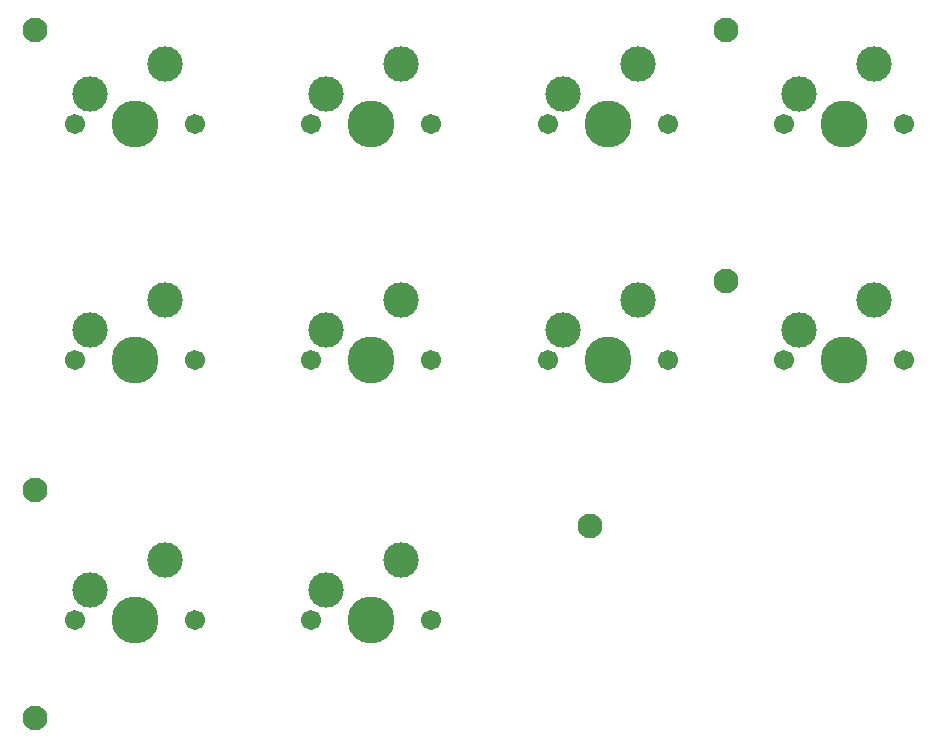
<source format=gbr>
%TF.GenerationSoftware,KiCad,Pcbnew,9.0.1*%
%TF.CreationDate,2025-05-28T15:02:46+10:00*%
%TF.ProjectId,macroCAD,6d616372-6f43-4414-942e-6b696361645f,rev?*%
%TF.SameCoordinates,Original*%
%TF.FileFunction,Soldermask,Top*%
%TF.FilePolarity,Negative*%
%FSLAX46Y46*%
G04 Gerber Fmt 4.6, Leading zero omitted, Abs format (unit mm)*
G04 Created by KiCad (PCBNEW 9.0.1) date 2025-05-28 15:02:46*
%MOMM*%
%LPD*%
G01*
G04 APERTURE LIST*
%ADD10C,1.701800*%
%ADD11C,3.000000*%
%ADD12C,3.987800*%
%ADD13C,2.100000*%
G04 APERTURE END LIST*
D10*
%TO.C,SW1*%
X74920000Y-30000000D03*
D11*
X76190000Y-27460000D03*
D12*
X80000000Y-30000000D03*
D11*
X82540000Y-24920000D03*
D10*
X85080000Y-30000000D03*
%TD*%
D13*
%TO.C,REF\u002A\u002A*%
X71500000Y-22000000D03*
%TD*%
D10*
%TO.C,SW5*%
X74920000Y-50000000D03*
D11*
X76190000Y-47460000D03*
D12*
X80000000Y-50000000D03*
D11*
X82540000Y-44920000D03*
D10*
X85080000Y-50000000D03*
%TD*%
%TO.C,SW2*%
X94920000Y-30000000D03*
D11*
X96190000Y-27460000D03*
D12*
X100000000Y-30000000D03*
D11*
X102540000Y-24920000D03*
D10*
X105080000Y-30000000D03*
%TD*%
%TO.C,SW6*%
X94920000Y-50000000D03*
D11*
X96190000Y-47460000D03*
D12*
X100000000Y-50000000D03*
D11*
X102540000Y-44920000D03*
D10*
X105080000Y-50000000D03*
%TD*%
D13*
%TO.C,REF\u002A\u002A*%
X130000000Y-43250000D03*
%TD*%
%TO.C,REF\u002A\u002A*%
X71500000Y-61000000D03*
%TD*%
D10*
%TO.C,SW4*%
X134920000Y-30000000D03*
D11*
X136190000Y-27460000D03*
D12*
X140000000Y-30000000D03*
D11*
X142540000Y-24920000D03*
D10*
X145080000Y-30000000D03*
%TD*%
%TO.C,SW3*%
X114920000Y-30000000D03*
D11*
X116190000Y-27460000D03*
D12*
X120000000Y-30000000D03*
D11*
X122540000Y-24920000D03*
D10*
X125080000Y-30000000D03*
%TD*%
%TO.C,SW9*%
X74920000Y-72000000D03*
D11*
X76190000Y-69460000D03*
D12*
X80000000Y-72000000D03*
D11*
X82540000Y-66920000D03*
D10*
X85080000Y-72000000D03*
%TD*%
D13*
%TO.C,REF\u002A\u002A*%
X118500000Y-64000000D03*
%TD*%
%TO.C,REF\u002A\u002A*%
X130000000Y-22000000D03*
%TD*%
%TO.C,REF\u002A\u002A*%
X71500000Y-80250000D03*
%TD*%
D10*
%TO.C,SW8*%
X134920000Y-50000000D03*
D11*
X136190000Y-47460000D03*
D12*
X140000000Y-50000000D03*
D11*
X142540000Y-44920000D03*
D10*
X145080000Y-50000000D03*
%TD*%
%TO.C,SW7*%
X114920000Y-50000000D03*
D11*
X116190000Y-47460000D03*
D12*
X120000000Y-50000000D03*
D11*
X122540000Y-44920000D03*
D10*
X125080000Y-50000000D03*
%TD*%
%TO.C,SW10*%
X94920000Y-72000000D03*
D11*
X96190000Y-69460000D03*
D12*
X100000000Y-72000000D03*
D11*
X102540000Y-66920000D03*
D10*
X105080000Y-72000000D03*
%TD*%
M02*

</source>
